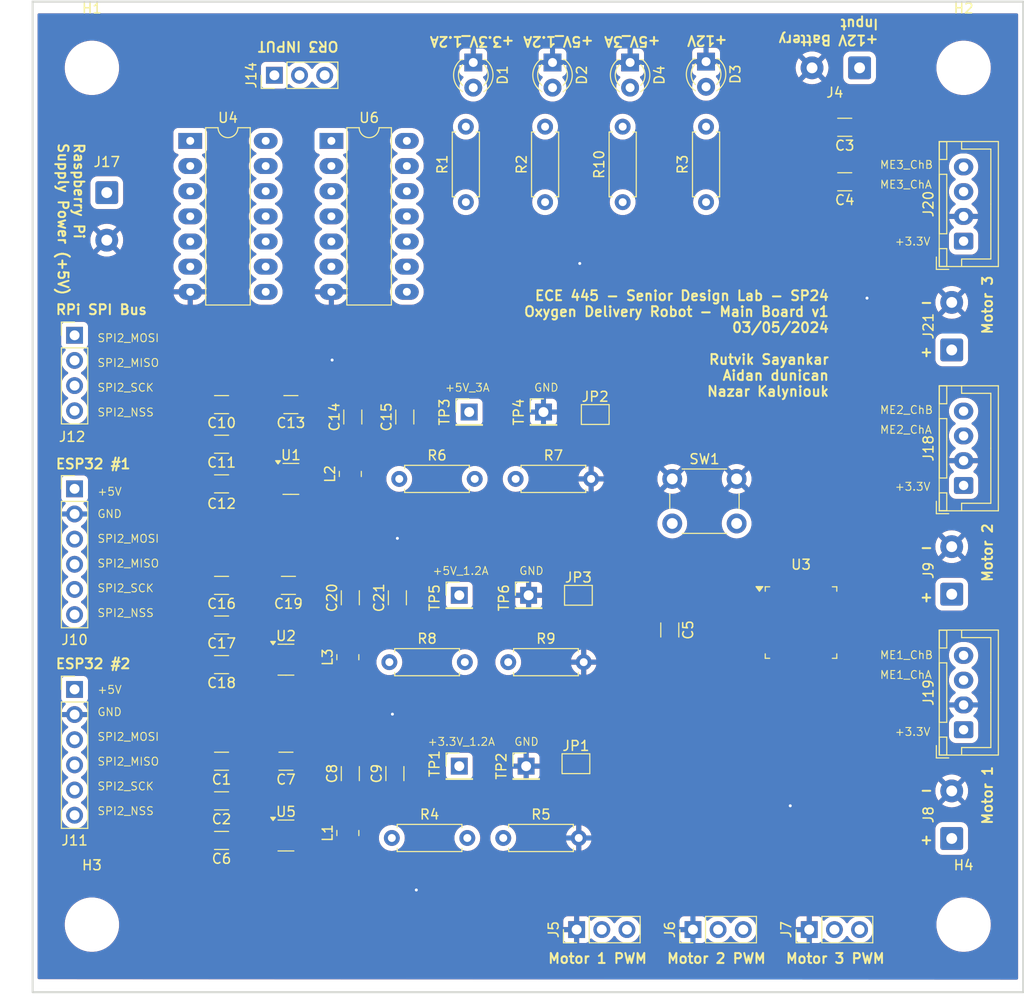
<source format=kicad_pcb>
(kicad_pcb (version 20240108) (generator "pcbnew") (generator_version "8.0")
  (layers (0 "F.Cu" signal) (31 "B.Cu" signal) (34 "B.Paste" user) (35 "F.Paste" user) (36 "B.SilkS" user "B.Silkscreen") (37 "F.SilkS" user "F.Silkscreen") (38 "B.Mask" user) (39 "F.Mask" user) (44 "Edge.Cuts" user))
  (net 0 "")
  (net 1 "+12V")
  (net 2 "GND")
  (net 3 "Net-(U5-SW)")
  (net 4 "Net-(U5-BOOT)")
  (net 5 "Net-(JP1-A)")
  (net 6 "Net-(U1-SW)")
  (net 7 "Net-(U1-BOOT)")
  (net 8 "Net-(JP2-A)")
  (net 9 "Net-(U2-SW)")
  (net 10 "Net-(U2-BOOT)")
  (net 11 "Net-(JP3-A)")
  (net 12 "Net-(D1-A)")
  (net 13 "Net-(D2-A)")
  (net 14 "Net-(D3-A)")
  (net 15 "Net-(D4-A)")
  (net 16 "+5V_3A")
  (net 17 "+5V_1.2A")
  (net 18 "Net-(J5-Pin_3)")
  (net 19 "Net-(J6-Pin_3)")
  (net 20 "Net-(J7-Pin_3)")
  (net 21 "/SPI2_NSS")
  (net 22 "/SPI2_MISO")
  (net 23 "/SPI2_SCK")
  (net 24 "/SPI2_MOSI")
  (net 25 "+3.3V_1.2A")
  (net 26 "Net-(J14-Pin_2)")
  (net 27 "Net-(J14-Pin_3)")
  (net 28 "Net-(J14-Pin_1)")
  (net 29 "/ME2_ChA")
  (net 30 "/ME2_ChB")
  (net 31 "/ME1_ChB")
  (net 32 "/ME1_ChA")
  (net 33 "/ME3_ChA")
  (net 34 "/ME3_ChB")
  (net 35 "Net-(U5-FB)")
  (net 36 "Net-(U1-FB)")
  (net 37 "Net-(U2-FB)")
  (net 53 "/LimitSwitchORGates/OR3 Output")
  (net 66 "Net-(U4-1Y)")
  (net 68 "Net-(U4-2Y)")
  (net 69 "Net-(U4-3Y)")
  (net 71 "Net-(U6-1Y)")
  (net 77 "Net-(U3-NRST)")
  (footprint "Package_TO_SOT_SMD:SOT-23-6" (layer "F.Cu") (at 128.0875 130.5)
    (property "Reference" "U5" (at 0 -2.4 0) (layer "F.SilkS"))
    (property "Value" "TPS56339DDC")
    (pad "1" smd roundrect (at -1.1375 -0.95) (size 1.325 0.6) (layers "F.Cu" "F.Paste" "F.Mask") (net 2 "GND"))
    (pad "2" smd roundrect (at -1.1375 0) (size 1.325 0.6) (layers "F.Cu" "F.Paste" "F.Mask") (net 3 "Net-(U5-SW)"))
    (pad "3" smd roundrect (at -1.1375 0.95) (size 1.325 0.6) (layers "F.Cu" "F.Paste" "F.Mask") (net 1 "+12V"))
    (pad "4" smd roundrect (at 1.1375 0.95) (size 1.325 0.6) (layers "F.Cu" "F.Paste" "F.Mask") (net 35 "Net-(U5-FB)"))
    (pad "5" smd roundrect (at 1.1375 0) (size 1.325 0.6) (layers "F.Cu" "F.Paste" "F.Mask") (net 1 "+12V"))
    (pad "6" smd roundrect (at 1.1375 -0.95) (size 1.325 0.6) (layers "F.Cu" "F.Paste" "F.Mask") (net 4 "Net-(U5-BOOT)"))
  )
  (footprint "MountingHole:MountingHole_5mm" (layer "F.Cu") (at 108.5 139.5)
    (property "Reference" "H3" (at 0 -6 0) (layer "F.SilkS"))
    (property "Value" "MountingHole")
    (pad "" np_thru_hole circle (at 0 0) (size 5 5) (drill 5) (layers "*.Cu" "*.Mask"))
  )
  (footprint "Resistor_THT:R_Axial_DIN0207_L6.3mm_D2.5mm_P7.62mm_Horizontal" (layer "F.Cu") (at 170.5 66.56 90)
    (property "Reference" "R3" (at 3.81 -2.37 -90) (layer "F.SilkS"))
    (property "Value" "4.7k")
    (pad "1" thru_hole circle (at 0 0 90) (size 1.6 1.6) (drill 0.8) (layers "*.Cu" "*.Mask") (net 1 "+12V"))
    (pad "2" thru_hole oval (at 7.62 0 90) (size 1.6 1.6) (drill 0.8) (layers "*.Cu" "*.Mask") (net 14 "Net-(D3-A)"))
  )
  (footprint "Capacitor_SMD:C_1206_3216Metric_Pad1.33x1.80mm_HandSolder" (layer "F.Cu") (at 121.5875 91 180)
    (property "Reference" "C11" (at 0 -1.85 180) (layer "F.SilkS"))
    (property "Value" "10u")
    (pad "1" smd roundrect (at -1.5625 0 180) (size 1.325 1.8) (layers "F.Cu" "F.Paste" "F.Mask") (roundrect_rratio 0.188679) (net 1 "+12V"))
    (pad "2" smd roundrect (at 1.5625 0 180) (size 1.325 1.8) (layers "F.Cu" "F.Paste" "F.Mask") (roundrect_rratio 0.188679) (net 2 "GND"))
  )
  (footprint "Connector_PinHeader_2.54mm:PinHeader_1x01_P2.54mm_Vertical" (layer "F.Cu") (at 145.5875 106.25)
    (property "Reference" "TP5" (at -2.5 0.25 90) (layer "F.SilkS"))
    (property "Value" "TestPoint")
    (pad "1" thru_hole rect (at 0 0) (size 1.7 1.7) (drill 1) (layers "*.Cu" "*.Mask") (net 11 "Net-(JP3-A)"))
  )
  (footprint "Connector_PinHeader_2.54mm:PinHeader_1x01_P2.54mm_Vertical" (layer "F.Cu") (at 146.5875 87.75)
    (property "Reference" "TP3" (at -2.5 0 90) (layer "F.SilkS"))
    (property "Value" "TestPoint")
    (pad "1" thru_hole rect (at 0 0) (size 1.7 1.7) (drill 1) (layers "*.Cu" "*.Mask") (net 8 "Net-(JP2-A)"))
  )
  (footprint "Connector_PinHeader_2.54mm:PinHeader_1x04_P2.54mm_Vertical" (layer "F.Cu") (at 106.75 80)
    (property "Reference" "J12" (at -0.25 10.25 0) (layer "F.SilkS"))
    (property "Value" "Conn_01x04_Socket")
    (pad "1" thru_hole rect (at 0 0) (size 1.7 1.7) (drill 1) (layers "*.Cu" "*.Mask") (net 24 "/SPI2_MOSI"))
    (pad "2" thru_hole oval (at 0 2.54) (size 1.7 1.7) (drill 1) (layers "*.Cu" "*.Mask") (net 22 "/SPI2_MISO"))
    (pad "3" thru_hole oval (at 0 5.08) (size 1.7 1.7) (drill 1) (layers "*.Cu" "*.Mask") (net 23 "/SPI2_SCK"))
    (pad "4" thru_hole oval (at 0 7.62) (size 1.7 1.7) (drill 1) (layers "*.Cu" "*.Mask") (net 21 "/SPI2_NSS"))
  )
  (footprint "Connector_Wire:SolderWire-0.5sqmm_1x02_P4.8mm_D0.9mm_OD2.3mm" (layer "F.Cu") (at 195.3 106.14 90)
    (property "Reference" "J9" (at 2.4 -2.35 -90) (layer "F.SilkS"))
    (property "Value" "Conn_01x02_Socket")
    (pad "1" thru_hole roundrect (at 0 0 90) (size 2.3 2.3) (drill 1.1) (layers "*.Cu" "*.Mask") (roundrect_rratio 0.108696) (net 1 "+12V"))
    (pad "2" thru_hole circle (at 4.8 0 90) (size 2.3 2.3) (drill 1.1) (layers "*.Cu" "*.Mask") (net 2 "GND"))
  )
  (footprint "Capacitor_SMD:C_1206_3216Metric_Pad1.33x1.80mm_HandSolder" (layer "F.Cu") (at 121.5875 105.25 180)
    (property "Reference" "C16" (at 0 -1.85 180) (layer "F.SilkS"))
    (property "Value" "10u")
    (pad "1" smd roundrect (at -1.5625 0 180) (size 1.325 1.8) (layers "F.Cu" "F.Paste" "F.Mask") (roundrect_rratio 0.188679) (net 1 "+12V"))
    (pad "2" smd roundrect (at 1.5625 0 180) (size 1.325 1.8) (layers "F.Cu" "F.Paste" "F.Mask") (roundrect_rratio 0.188679) (net 2 "GND"))
  )
  (footprint "Resistor_THT:R_Axial_DIN0207_L6.3mm_D2.5mm_P7.62mm_Horizontal" (layer "F.Cu") (at 151.2775 94.5)
    (property "Reference" "R7" (at 3.81 -2.37 0) (layer "F.SilkS"))
    (property "Value" "10k")
    (pad "1" thru_hole circle (at 0 0) (size 1.6 1.6) (drill 0.8) (layers "*.Cu" "*.Mask") (net 36 "Net-(U1-FB)"))
    (pad "2" thru_hole oval (at 7.62 0) (size 1.6 1.6) (drill 0.8) (layers "*.Cu" "*.Mask") (net 2 "GND"))
  )
  (footprint "Capacitor_SMD:C_1206_3216Metric_Pad1.33x1.80mm_HandSolder" (layer "F.Cu") (at 134.5875 124.25 90)
    (property "Reference" "C8" (at 0 -1.85 -90) (layer "F.SilkS"))
    (property "Value" "33u")
    (pad "1" smd roundrect (at -1.5625 0 90) (size 1.325 1.8) (layers "F.Cu" "F.Paste" "F.Mask") (roundrect_rratio 0.188679) (net 5 "Net-(JP1-A)"))
    (pad "2" smd roundrect (at 1.5625 0 90) (size 1.325 1.8) (layers "F.Cu" "F.Paste" "F.Mask") (roundrect_rratio 0.188679) (net 2 "GND"))
  )
  (footprint "Connector_PinHeader_2.54mm:PinHeader_1x03_P2.54mm_Vertical" (layer "F.Cu") (at 157.435 140 90)
    (property "Reference" "J5" (at 0 -2.33 -90) (layer "F.SilkS"))
    (property "Value" "Conn_01x03_Socket")
    (pad "1" thru_hole rect (at 0 0 90) (size 1.7 1.7) (drill 1) (layers "*.Cu" "*.Mask") (net 2 "GND"))
    (pad "2" thru_hole oval (at 0 2.54 90) (size 1.7 1.7) (drill 1) (layers "*.Cu" "*.Mask") (net 17 "+5V_1.2A"))
    (pad "3" thru_hole oval (at 0 5.08 90) (size 1.7 1.7) (drill 1) (layers "*.Cu" "*.Mask") (net 18 "Net-(J5-Pin_3)"))
  )
  (footprint "Capacitor_SMD:C_1206_3216Metric_Pad1.33x1.80mm_HandSolder" (layer "F.Cu") (at 139.0875 124.25 90)
    (property "Reference" "C9" (at 0 -1.85 -90) (layer "F.SilkS"))
    (property "Value" "33u")
    (pad "1" smd roundrect (at -1.5625 0 90) (size 1.325 1.8) (layers "F.Cu" "F.Paste" "F.Mask") (roundrect_rratio 0.188679) (net 5 "Net-(JP1-A)"))
    (pad "2" smd roundrect (at 1.5625 0 90) (size 1.325 1.8) (layers "F.Cu" "F.Paste" "F.Mask") (roundrect_rratio 0.188679) (net 2 "GND"))
  )
  (footprint "Capacitor_SMD:C_1206_3216Metric_Pad1.33x1.80mm_HandSolder" (layer "F.Cu") (at 139.3375 106.5 90)
    (property "Reference" "C21" (at 0 -1.85 -90) (layer "F.SilkS"))
    (property "Value" "33u")
    (pad "1" smd roundrect (at -1.5625 0 90) (size 1.325 1.8) (layers "F.Cu" "F.Paste" "F.Mask") (roundrect_rratio 0.188679) (net 11 "Net-(JP3-A)"))
    (pad "2" smd roundrect (at 1.5625 0 90) (size 1.325 1.8) (layers "F.Cu" "F.Paste" "F.Mask") (roundrect_rratio 0.188679) (net 2 "GND"))
  )
  (footprint "Connector_PinHeader_2.54mm:PinHeader_1x01_P2.54mm_Vertical" (layer "F.Cu") (at 152.3375 123.5)
    (property "Reference" "TP2" (at -2.5 0 90) (layer "F.SilkS"))
    (property "Value" "TestPoint")
    (pad "1" thru_hole rect (at 0 0) (size 1.7 1.7) (drill 1) (layers "*.Cu" "*.Mask") (net 2 "GND"))
  )
  (footprint "LED_THT:LED_D3.0mm_Clear" (layer "F.Cu") (at 147 52.46 -90)
    (property "Reference" "D1" (at 1.27 -2.96 90) (layer "F.SilkS"))
    (property "Value" "LED")
    (pad "1" thru_hole rect (at 0 0 270) (size 1.8 1.8) (drill 0.9) (layers "*.Cu" "*.Mask") (net 2 "GND"))
    (pad "2" thru_hole circle (at 2.54 0 270) (size 1.8 1.8) (drill 0.9) (layers "*.Cu" "*.Mask") (net 12 "Net-(D1-A)"))
  )
  (footprint "Button_Switch_THT:SW_PUSH_6mm_H7.3mm" (layer "F.Cu") (at 167.0875 94.5)
    (property "Reference" "SW1" (at 3.25 -2 0) (layer "F.SilkS"))
    (property "Value" "SW_Push")
    (pad "1" thru_hole circle (at 0 0 90) (size 2 2) (drill 1.1) (layers "*.Cu" "*.Mask") (net 2 "GND"))
    (pad "1" thru_hole circle (at 6.5 0 90) (size 2 2) (drill 1.1) (layers "*.Cu" "*.Mask") (net 2 "GND"))
    (pad "2" thru_hole circle (at 0 4.5 90) (size 2 2) (drill 1.1) (layers "*.Cu" "*.Mask") (net 77 "Net-(U3-NRST)"))
    (pad "2" thru_hole circle (at 6.5 4.5 90) (size 2 2) (drill 1.1) (layers "*.Cu" "*.Mask") (net 77 "Net-(U3-NRST)"))
  )
  (footprint "LED_THT:LED_D3.0mm_Clear" (layer "F.Cu") (at 162.833334 52.46 -90)
    (property "Reference" "D4" (at 1.27 -2.96 90) (layer "F.SilkS"))
    (property "Value" "LED")
    (pad "1" thru_hole rect (at 0 0 270) (size 1.8 1.8) (drill 0.9) (layers "*.Cu" "*.Mask") (net 2 "GND"))
    (pad "2" thru_hole circle (at 2.54 0 270) (size 1.8 1.8) (drill 0.9) (layers "*.Cu" "*.Mask") (net 15 "Net-(D4-A)"))
  )
  (footprint "Jumper:SolderJumper-2_P1.3mm_Open_TrianglePad1.0x1.5mm" (layer "F.Cu") (at 157.6125 106.25)
    (property "Reference" "JP3" (at 0 -1.8 0) (layer "F.SilkS"))
    (property "Value" "SolderJumper_2_Open")
    (pad "1" smd custom (at -0.725 0) (size 0.3 0.3) (layers "F.Cu" "F.Mask") (net 11 "Net-(JP3-A)") (options (clearance outline) (anchor rect)) (primitives (gr_poly (pts (xy 1 0) (xy 0.5 0.75) (xy -0.5 0.75) (xy -0.5 -0.75) (xy 0.5 -0.75)) (width 0) (fill yes))))
    (pad "2" smd custom (at 0.725 0) (size 0.3 0.3) (layers "F.Cu" "F.Mask") (net 17 "+5V_1.2A") (options (clearance outline) (anchor rect)) (primitives (gr_poly (pts (xy 0.5 0.75) (xy -0.65 0.75) (xy -0.15 0) (xy -0.65 -0.75) (xy 0.5 -0.75)) (width 0) (fill yes))))
  )
  (footprint "MountingHole:MountingHole_5mm" (layer "F.Cu") (at 108.5 53)
    (property "Reference" "H1" (at 0 -6 0) (layer "F.SilkS"))
    (property "Value" "MountingHole")
    (pad "" np_thru_hole circle (at 0 0) (size 5 5) (drill 5) (layers "*.Cu" "*.Mask"))
  )
  (footprint "Package_TO_SOT_SMD:SOT-23-6" (layer "F.Cu") (at 128.0875 112.75)
    (property "Reference" "U2" (at 0 -2.4 0) (layer "F.SilkS"))
    (property "Value" "TPS56339DDC")
    (pad "1" smd roundrect (at -1.1375 -0.95) (size 1.325 0.6) (layers "F.Cu" "F.Paste" "F.Mask") (net 2 "GND"))
    (pad "2" smd roundrect (at -1.1375 0) (size 1.325 0.6) (layers "F.Cu" "F.Paste" "F.Mask") (net 9 "Net-(U2-SW)"))
    (pad "3" smd roundrect (at -1.1375 0.95) (size 1.325 0.6) (layers "F.Cu" "F.Paste" "F.Mask") (net 1 "+12V"))
    (pad "4" smd roundrect (at 1.1375 0.95) (size 1.325 0.6) (layers "F.Cu" "F.Paste" "F.Mask") (net 37 "Net-(U2-FB)"))
    (pad "5" smd roundrect (at 1.1375 0) (size 1.325 0.6) (layers "F.Cu" "F.Paste" "F.Mask") (net 1 "+12V"))
    (pad "6" smd roundrect (at 1.1375 -0.95) (size 1.325 0.6) (layers "F.Cu" "F.Paste" "F.Mask") (net 10 "Net-(U2-BOOT)"))
  )
  (footprint "Capacitor_SMD:C_1206_3216Metric_Pad1.33x1.80mm_HandSolder" (layer "F.Cu") (at 121.5875 109.25 180)
    (property "Reference" "C17" (at 0 -1.85 180) (layer "F.SilkS"))
    (property "Value" "10u")
    (pad "1" smd roundrect (at -1.5625 0 180) (size 1.325 1.8) (layers "F.Cu" "F.Paste" "F.Mask") (roundrect_rratio 0.188679) (net 1 "+12V"))
    (pad "2" smd roundrect (at 1.5625 0 180) (size 1.325 1.8) (layers "F.Cu" "F.Paste" "F.Mask") (roundrect_rratio 0.188679) (net 2 "GND"))
  )
  (footprint "MountingHole:MountingHole_5mm" (layer "F.Cu") (at 196.5 53)
    (property "Reference" "H2" (at 0 -6 0) (layer "F.SilkS"))
    (property "Value" "MountingHole")
    (pad "" np_thru_hole circle (at 0 0) (size 5 5) (drill 5) (layers "*.Cu" "*.Mask"))
  )
  (footprint "Capacitor_SMD:C_1206_3216Metric_Pad1.33x1.80mm_HandSolder" (layer "F.Cu") (at 121.5875 131 180)
    (property "Reference" "C6" (at 0 -1.85 180) (layer "F.SilkS"))
    (property "Value" "100n")
    (pad "1" smd roundrect (at -1.5625 0 180) (size 1.325 1.8) (layers "F.Cu" "F.Paste" "F.Mask") (roundrect_rratio 0.188679) (net 1 "+12V"))
    (pad "2" smd roundrect (at 1.5625 0 180) (size 1.325 1.8) (layers "F.Cu" "F.Paste" "F.Mask") (roundrect_rratio 0.188679) (net 2 "GND"))
  )
  (footprint "Resistor_THT:R_Axial_DIN0207_L6.3mm_D2.5mm_P7.62mm_Horizontal" (layer "F.Cu") (at 138.7775 130.75)
    (property "Reference" "R4" (at 3.81 -2.37 0) (layer "F.SilkS"))
    (property "Value" "31.1k")
    (pad "1" thru_hole circle (at 0 0) (size 1.6 1.6) (drill 0.8) (layers "*.Cu" "*.Mask") (net 5 "Net-(JP1-A)"))
    (pad "2" thru_hole oval (at 7.62 0) (size 1.6 1.6) (drill 0.8) (layers "*.Cu" "*.Mask") (net 35 "Net-(U5-FB)"))
  )
  (footprint "Resistor_THT:R_Axial_DIN0207_L6.3mm_D2.5mm_P7.62mm_Horizontal" (layer "F.Cu") (at 162.083334 66.56 90)
    (property "Reference" "R10" (at 3.81 -2.37 -90) (layer "F.SilkS"))
    (property "Value" "4.7k")
    (pad "1" thru_hole circle (at 0 0 90) (size 1.6 1.6) (drill 0.8) (layers "*.Cu" "*.Mask") (net 16 "+5V_3A"))
    (pad "2" thru_hole oval (at 7.62 0 90) (size 1.6 1.6) (drill 0.8) (layers "*.Cu" "*.Mask") (net 15 "Net-(D4-A)"))
  )
  (footprint "Resistor_THT:R_Axial_DIN0207_L6.3mm_D2.5mm_P7.62mm_Horizontal" (layer "F.Cu") (at 138.5275 113)
    (property "Reference" "R8" (at 3.81 -2.37 0) (layer "F.SilkS"))
    (property "Value" "52.3k")
    (pad "1" thru_hole circle (at 0 0) (size 1.6 1.6) (drill 0.8) (layers "*.Cu" "*.Mask") (net 11 "Net-(JP3-A)"))
    (pad "2" thru_hole oval (at 7.62 0) (size 1.6 1.6) (drill 0.8) (layers "*.Cu" "*.Mask") (net 37 "Net-(U2-FB)"))
  )
  (footprint "Package_QFP:LQFP-48_7x7mm_P0.5mm" (layer "F.Cu") (at 180.0875 109)
    (property "Reference" "U3" (at 0 -5.85 0) (layer "F.SilkS"))
    (property "Value" "STM32F103C8Tx")
    (pad "1" smd roundrect (at -4.1625 -2.75) (size 1.475 0.3) (layers "F.Cu" "F.Paste" "F.Mask"))
    (pad "2" smd roundrect (at -4.1625 -2.25) (size 1.475 0.3) (layers "F.Cu" "F.Paste" "F.Mask"))
    (pad "3" smd roundrect (at -4.1625 -1.75) (size 1.475 0.3) (layers "F.Cu" "F.Paste" "F.Mask"))
    (pad "4" smd roundrect (at -4.1625 -1.25) (size 1.475 0.3) (layers "F.Cu" "F.Paste" "F.Mask"))
    (pad "5" smd roundrect (at -4.1625 -0.75) (size 1.475 0.3) (layers "F.Cu" "F.Paste" "F.Mask"))
    (pad "6" smd roundrect (at -4.1625 -0.25) (size 1.475 0.3) (layers "F.Cu" "F.Paste" "F.Mask"))
    (pad "7" smd roundrect (at -4.1625 0.25) (size 1.475 0.3) (layers "F.Cu" "F.Paste" "F.Mask") (net 77 "Net-(U3-NRST)"))
    (pad "8" smd roundrect (at -4.1625 0.75) (size 1.475 0.3) (layers "F.Cu" "F.Paste" "F.Mask") (net 2 "GND"))
    (pad "9" smd roundrect (at -4.1625 1.25) (size 1.475 0.3) (layers "F.Cu" "F.Paste" "F.Mask") (net 25 "+3.3V_1.2A"))
    (pad "10" smd roundrect (at -4.1625 1.75) (size 1.475 0.3) (layers "F.Cu" "F.Paste" "F.Mask"))
    (pad "11" smd roundrect (at -4.1625 2.25) (size 1.475 0.3) (layers "F.Cu" "F.Paste" "F.Mask"))
    (pad "12" smd roundrect (at -4.1625 2.75) (size 1.475 0.3) (layers "F.Cu" "F.Paste" "F.Mask") (net 32 "/ME1_ChA"))
    (pad "13" smd roundrect (at -2.75 4.1625) (size 0.3 1.475) (layers "F.Cu" "F.Paste" "F.Mask") (net 31 "/ME1_ChB"))
    (pad "14" smd roundrect (at -2.25 4.1625) (size 0.3 1.475) (layers "F.Cu" "F.Paste" "F.Mask"))
    (pad "15" smd roundrect (at -1.75 4.1625) (size 0.3 1.475) (layers "F.Cu" "F.Paste" "F.Mask"))
    (pad "16" smd roundrect (at -1.25 4.1625) (size 0.3 1.475) (layers "F.Cu" "F.Paste" "F.Mask") (net 33 "/ME3_ChA"))
    (pad "17" smd roundrect (at -0.75 4.1625) (size 0.3 1.475) (layers "F.Cu" "F.Paste" "F.Mask") (net 34 "/ME3_ChB"))
    (pad "18" smd roundrect (at -0.25 4.1625) (size 0.3 1.475) (layers "F.Cu" "F.Paste" "F.Mask") (net 29 "/ME2_ChA"))
    (pad "19" smd roundrect (at 0.25 4.1625) (size 0.3 1.475) (layers "F.Cu" "F.Paste" "F.Mask") (net 30 "/ME2_ChB"))
    (pad "20" smd roundrect (at 0.75 4.1625) (size 0.3 1.475) (layers "F.Cu" "F.Paste" "F.Mask"))
    (pad "21" smd roundrect (at 1.25 4.1625) (size 0.3 1.475) (layers "F.Cu" "F.Paste" "F.Mask") (net 20 "Net-(J7-Pin_3)"))
    (pad "22" smd roundrect (at 1.75 4.1625) (size 0.3 1.475) (layers "F.Cu" "F.Paste" "F.Mask") (net 53 "/LimitSwitchORGates/OR3 Output"))
    (pad "23" smd roundrect (at 2.25 4.1625) (size 0.3 1.475) (layers "F.Cu" "F.Paste" "F.Mask") (net 2 "GND"))
    (pad "24" smd roundrect (at 2.75 4.1625) (size 0.3 1.475) (layers "F.Cu" "F.Paste" "F.Mask") (net 25 "+3.3V_1.2A"))
    (pad "25" smd roundrect (at 4.1625 2.75) (size 1.475 0.3) (layers "F.Cu" "F.Paste" "F.Mask") (net 21 "/SPI2_NSS"))
    (pad "26" smd roundrect (at 4.1625 2.25) (size 1.475 0.3) (layers "F.Cu" "F.Paste" "F.Mask") (net 23 "/SPI2_SCK"))
    (pad "27" smd roundrect (at 4.1625 1.75) (size 1.475 0.3) (layers "F.Cu" "F.Paste" "F.Mask") (net 22 "/SPI2_MISO"))
    (pad "28" smd roundrect (at 4.1625 1.25) (size 1.475 0.3) (layers "F.Cu" "F.Paste" "F.Mask") (net 24 "/SPI2_MOSI"))
    (pad "29" smd roundrect (at 4.1625 0.75) (size 1.475 0.3) (layers "F.Cu" "F.Paste" "F.Mask"))
    (pad "30" smd roundrect (at 4.1625 0.25) (size 1.475 0.3) (layers "F.Cu" "F.Paste" "F.Mask"))
    (pad "31" smd roundrect (at 4.1625 -0.25) (size 1.475 0.3) (layers "F.Cu" "F.Paste" "F.Mask"))
    (pad "32" smd roundrect (at 4.1625 -0.75) (size 1.475 0.3) (layers "F.Cu" "F.Paste" "F.Mask"))
    (pad "33" smd roundrect (at 4.1625 -1.25) (size 1.475 0.3) (layers "F.Cu" "F.Paste" "F.Mask"))
    (pad "34" smd roundrect (at 4.1625 -1.75) (size 1.475 0.3) (layers "F.Cu" "F.Paste" "F.Mask"))
    (pad "35" smd roundrect (at 4.1625 -2.25) (size 1.475 0.3) (layers "F.Cu" "F.Paste" "F.Mask") (net 2 "GND"))
    (pad "36" smd roundrect (at 4.1625 -2.75) (size 1.475 0.3) (layers "F.Cu" "F.Paste" "F.Mask") (net 25 "+3.3V_1.2A"))
    (pad "37" smd roundrect (at 2.75 -4.1625) (size 0.3 1.475) (layers "F.Cu" "F.Paste" "F.Mask"))
    (pad "38" smd roundrect (at 2.25 -4.1625) (size 0.3 1.475) (layers "F.Cu" "F.Paste" "F.Mask"))
    (pad "39" smd roundrect (at 1.75 -4.1625) (size 0.3 1.475) (layers "F.Cu" "F.Paste" "F.Mask") (net 18 "Net-(J5-Pin_3)"))
    (pad "40" smd roundrect (at 1.25 -4.1625) (size 0.3 1.475) (layers "F.Cu" "F.Paste" "F.Mask") (net 19 "Net-(J6-Pin_3)"))
    (pad "41" smd roundrect (at 0.75 -4.1625) (size 0.3 1.475) (layers "F.Cu" "F.Paste" "F.Mask"))
    (pad "42" smd roundrect (at 0.25 -4.1625) (size 0.3 1.475) (layers "F.Cu" "F.Paste" "F.Mask"))
    (pad "43" smd roundrect (at -0.25 -4.1625) (size 0.3 1.475) (layers "F.Cu" "F.Paste" "F.Mask"))
    (pad "44" smd roundrect (at -0.75 -4.1625) (size 0.3 1.475) (layers "F.Cu" "F.Paste" "F.Mask"))
    (pad "45" smd roundrect (at -1.25 -4.1625) (size 0.3 1.475) (layers "F.Cu" "F.Paste" "F.Mask"))
    (pad "46" smd roundrect (at -1.75 -4.1625) (size 0.3 1.475) (layers "F.Cu" "F.Paste" "F.Mask"))
    (pad "47" smd roundrect (at -2.25 -4.1625) (size 0.3 1.475) (layers "F.Cu" "F.Paste" "F.Mask") (net 2 "GND"))
    (pad "48" smd roundrect (at -2.75 -4.1625) (size 0.3 1.475) (layers "F.Cu" "F.Paste" "F.Mask") (net 25 "+3.3V_1.2A"))
  )
  (footprint "Connector_Wire:SolderWire-0.5sqmm_1x02_P4.8mm_D0.9mm_OD2.3mm" (layer "F.Cu") (at 195.3 130.8 90)
    (property "Reference" "J8" (at 2.4 -2.35 -90) (layer "F.SilkS"))
    (property "Value" "Conn_01x02_Socket")
    (pad "1" thru_hole roundrect (at 0 0 90) (size 2.3 2.3) (drill 1.1) (layers "*.Cu" "*.Mask") (roundrect_rratio 0.108696) (net 1 "+12V"))
    (pad "2" thru_hole circle (at 4.8 0 90) (size 2.3 2.3) (drill 1.1) (layers "*.Cu" "*.Mask") (net 2 "GND"))
  )
  (footprint "Resistor_THT:R_Axial_DIN0207_L6.3mm_D2.5mm_P7.62mm_Horizontal" (layer "F.Cu") (at 150.0275 130.75)
    (property "Reference" "R5" (at 3.81 -2.37 0) (layer "F.SilkS"))
    (property "Value" "10k")
    (pad "1" thru_hole circle (at 0 0) (size 1.6 1.6) (drill 0.8) (layers "*.Cu" "*.Mask") (net 35 "Net-(U5-FB)"))
    (pad "2" thru_hole oval (at 7.62 0) (size 1.6 1.6) (drill 0.8) (layers "*.Cu" "*.Mask") (net 2 "GND"))
  )
  (footprint "Inductor_SMD:L_1008_2520Metric" (layer "F.Cu") (at 134.3375 112.5 90)
    (property "Reference" "L3" (at 0 -2.05 90) (layer "F.SilkS"))
    (property "Value" "5.6u")
    (pad "1" smd roundrect (at -1.075 0 90) (size 1.25 2.2) (layers "F.Cu" "F.Paste" "F.Mask") (roundrect_rratio 0.2) (net 9 "Net-(U2-SW)"))
    (pad "2" smd roundrect (at 1.075 0 90) (size 1.25 2.2) (layers "F.Cu" "F.Paste" "F.Mask") (roundrect_rratio 0.2) (net 11 "Net-(JP3-A)"))
  )
  (footprint "Package_TO_SOT_SMD:SOT-23-6" (layer "F.Cu") (at 128.5875 94.5)
    (property "Reference" "U1" (at 0 -2.4 0) (layer "F.SilkS"))
    (property "Value" "TPS56339DDC")
    (pad "1" smd roundrect (at -1.1375 -0.95) (size 1.325 0.6) (layers "F.Cu" "F.Paste" "F.Mask") (net 2 "GND"))
    (pad "2" smd roundrect (at -1.1375 0) (size 1.325 0.6) (layers "F.Cu" "F.Paste" "F.Mask") (net 6 "Net-(U1-SW)"))
    (pad "3" smd roundrect (at -1.1375 0.95) (size 1.325 0.6) (layers "F.Cu" "F.Paste" "F.Mask") (net 1 "+12V"))
    (pad "4" smd roundrect (at 1.1375 0.95) (size 1.325 0.6) (layers "F.Cu" "F.Paste" "F.Mask") (net 36 "Net-(U1-FB)"))
    (pad "5" smd roundrect (at 1.1375 0) (size 1.325 0.6) (layers "F.Cu" "F.Paste" "F.Mask") (net 1 "+12V"))
    (pad "6" smd roundrect (at 1.1375 -0.95) (size 1.325 0.6) (layers "F.Cu" "F.Paste" "F.Mask") (net 7 "Net-(U1-BOOT)"))
  )
  (footprint "Resistor_THT:R_Axial_DIN0207_L6.3mm_D2.5mm_P7.62mm_Horizontal" (layer "F.Cu") (at 150.5275 113)
    (property "Reference" "R9" (at 3.81 -2.37 0) (layer "F.SilkS"))
    (property "Value" "10k")
    (pad "1" thru_hole circle (at 0 0) (size 1.6 1.6) (drill 0.8) (layers "*.Cu" "*.Mask") (net 37 "Net-(U2-FB)"))
    (pad "2" thru_hole oval (at 7.62 0) (size 1.6 1.6) (drill 0.8) (layers "*.Cu" "*.Mask") (net 2 "GND"))
  )
  (footprint "Connector_PinHeader_2.54mm:PinHeader_1x01_P2.54mm_Vertical" (layer "F.Cu") (at 154.0875 87.75)
    (property "Reference" "TP4" (at -2.5 0 90) (layer "F.SilkS"))
    (property "Value" "TestPoint")
    (pad "1" thru_hole rect (at 0 0) (size 1.7 1.7) (drill 1) (layers "*.Cu" "*.Mask") (net 2 "GND"))
  )
  (footprint "Capacitor_SMD:C_1206_3216Metric_Pad1.33x1.80mm_HandSolder" (layer "F.Cu") (at 121.5875 113.25 180)
    (property "Reference" "C18" (at 0 -1.85 180) (layer "F.SilkS"))
    (property "Value" "100n")
    (pad "1" smd roundrect (at -1.5625 0 180) (size 1.325 1.8) (layers "F.Cu" "F.Paste" "F.Mask") (roundrect_rratio 0.188679) (net 1 "+12V"))
    (pad "2" smd roundrect (at 1.5625 0 180) (size 1.325 1.8) (layers "F.Cu" "F.Paste" "F.Mask") (roundrect_rratio 0.188679) (net 2 "GND"))
  )
  (footprint "Inductor_SMD:L_1008_2520Metric" (layer "F.Cu") (at 134.5875 94 90)
    (property "Reference" "L2" (at 0 -2.05 90) (layer "F.SilkS"))
    (property "Value" "6.8u")
    (pad "1" smd roundrect (at -1.075 0 90) (size 1.25 2.2) (layers "F.Cu" "F.Paste" "F.Mask") (roundrect_rratio 0.2) (net 6 "Net-(U1-SW)"))
    (pad "2" smd roundrect (at 1.075 0 90) (size 1.25 2.2) (layers "F.Cu" "F.Paste" "F.Mask") (roundrect_rratio 0.2) (net 8 "Net-(JP2-A)"))
  )
  (footprint "Connector_Wire:SolderWire-0.5sqmm_1x02_P4.8mm_D0.9mm_OD2.3mm" (layer "F.Cu") (at 195.3 81.48 90)
    (property "Reference" "J21" (at 2.4 -2.35 -90) (layer "F.SilkS"))
    (property "Value" "Conn_01x02_Socket")
    (pad "1" thru_hole roundrect (at 0 0 90) (size 2.3 2.3) (drill 1.1) (layers "*.Cu" "*.Mask") (roundrect_rratio 0.108696) (net 1 "+12V"))
    (pad "2" thru_hole circle (at 4.8 0 90) (size 2.3 2.3) (drill 1.1) (layers "*.Cu" "*.Mask") (net 2 "GND"))
  )
  (footprint "Inductor_SMD:L_1008_2520Metric" (layer "F.Cu") (at 134.3375 130.25 90)
    (property "Reference" "L1" (at 0 -2.05 90) (layer "F.SilkS"))
    (property "Value" "4.7u")
    (pad "1" smd roundrect (at -1.075 0 90) (size 1.25 2.2) (layers "F.Cu" "F.Paste" "F.Mask") (roundrect_rratio 0.2) (net 3 "Net-(U5-SW)"))
    (pad "2" smd roundrect (at 1.075 0 90) (size 1.25 2.2) (layers "F.Cu" "F.Paste" "F.Mask") (roundrect_rratio 0.2) (net 5 "Net-(JP1-A)"))
  )
  (footprint "Connector_Wire:SolderWire-0.5sqmm_1x02_P4.8mm_D0.9mm_OD2.3mm" (layer "F.Cu") (at 110 65.6 -90)
    (property "Reference" "J17" (at -3.1 0 180) (layer "F.SilkS"))
    (property "Value" "Conn_01x02_Socket")
    (pad "1" thru_hole roundrect (at 0 0 270) (size 2.3 2.3) (drill 1.1) (layers "*.Cu" "*.Mask") (roundrect_rratio 0.108696) (net 16 "+5V_3A"))
    (pad "2" thru_hole circle (at 4.8 0 270) (size 2.3 2.3) (drill 1.1) (layers "*.Cu" "*.Mask") (net 2 "GND"))
  )
  (footprint "Capacitor_SMD:C_1206_3216Metric_Pad1.33x1.80mm_HandSolder" (layer "F.Cu") (at 128.3375 105.25 180)
    (property "Reference" "C19" (at 0 -1.85 180) (layer "F.SilkS"))
    (property "Value" "100n")
    (pad "1" smd roundrect (at -1.5625 0 180) (size 1.325 1.8) (layers "F.Cu" "F.Paste" "F.Mask") (roundrect_rratio 0.188679) (net 10 "Net-(U2-BOOT)"))
    (pad "2" smd roundrect (at 1.5625 0 180) (size 1.325 1.8) (layers "F.Cu" "F.Paste" "F.Mask") (roundrect_rratio 0.188679) (net 9 "Net-(U2-SW)"))
  )
  (footprint "Capacitor_SMD:C_1206_3216Metric_Pad1.33x1.80mm_HandSolder" (layer "F.Cu") (at 121.5875 127 180)
    (property "Reference" "C2" (at 0 -1.85 180) (layer "F.SilkS"))
    (property "Value" "10u")
    (pad "1" smd roundrect (at -1.5625 0 180) (size 1.325 1.8) (layers "F.Cu" "F.Paste" "F.Mask") (roundrect_rratio 0.188679) (net 1 "+12V"))
    (pad "2" smd roundrect (at 1.5625 0 180) (size 1.325 1.8) (layers "F.Cu" "F.Paste" "F.Mask") (roundrect_rratio 0.188679) (net 2 "GND"))
  )
  (footprint "Capacitor_SMD:C_1206_3216Metric_Pad1.33x1.80mm_HandSolder" (layer "F.Cu") (at 184.5 59 180)
    (property "Reference" "C3" (at 0 -1.85 180) (layer "F.SilkS"))
    (property "Value" "0.1uF")
    (pad "1" smd roundrect (at -1.5625 0 180) (size 1.325 1.8) (layers "F.Cu" "F.Paste" "F.Mask") (roundrect_rratio 0.188679) (net 1 "+12V"))
    (pad "2" smd roundrect (at 1.5625 0 180) (size 1.325 1.8) (layers "F.Cu" "F.Paste" "F.Mask") (roundrect_rratio 0.188679) (net 2 "GND"))
  )
  (footprint "Connector_JST:JST_XH_B4B-XH-A_1x04_P2.50mm_Vertical" (layer "F.Cu") (at 196.5 95.16 90)
    (property "Reference" "J18" (at 3.75 -3.55 -90) (layer "F.SilkS"))
    (property "Value" "Conn_01x04_Socket")
    (pad "1" thru_hole roundrect (at 0 0 90) (size 1.7 1.95) (drill 0.95) (layers "*.Cu" "*.Mask") (roundrect_rratio 0.147059) (net 25 "+3.3V_1.2A"))
    (pad "2" thru_hole oval (at 2.5 0 90) (size 1.7 1.95) (drill 0.95) (layers "*.Cu" "*.Mask") (net 2 "GND"))
    (pad "3" thru_hole oval (at 5 0 90) (size 1.7 1.95) (drill 0.95) (layers "*.Cu" "*.Mask") (net 29 "/ME2_ChA"))
    (pad "4" thru_hole oval (at 7.5 0 90) (size 1.7 1.95) (drill 0.95) (layers "*.Cu" "*.Mask") (net 30 "/ME2_ChB"))
  )
  (footprint "Connector_JST:JST_XH_B4B-XH-A_1x04_P2.50mm_Vertical" (layer "F.Cu") (at 196.5 70.5 90)
    (property "Reference" "J20" (at 3.75 -3.55 -90) (layer "F.SilkS"))
    (property "Value" "Conn_01x04_Socket")
    (pad "1" thru_hole roundrect (at 0 0 90) (size 1.7 1.95) (drill 0.95) (layers "*.Cu" "*.Mask") (roundrect_rratio 0.147059) (net 25 "+3.3V_1.2A"))
    (pad "2" thru_hole oval (at 2.5 0 90) (size 1.7 1.95) (drill 0.95) (layers "*.Cu" "*.Mask") (net 2 "GND"))
    (pad "3" thru_hole oval (at 5 0 90) (size 1.7 1.95) (drill 0.95) (layers "*.Cu" "*.Mask") (net 33 "/ME3_ChA"))
    (pad "4" thru_hole oval (at 7.5 0 90) (size 1.7 1.95) (drill 0.95) (layers "*.Cu" "*.Mask") (net 34 "/ME3_ChB"))
  )
  (footprint "Resistor_THT:R_Axial_DIN0207_L6.3mm_D2.5mm_P7.62mm_Horizontal" (layer "F.Cu") (at 139.5275 94.5)
    (property "Reference" "R6" (at 3.81 -2.37 0) (layer "F.SilkS"))
    (property "Value" "53.6k")
    (pad "1" thru_hole circle (at 0 0) (size 1.6 1.6) (drill 0.8) (layers "*.Cu" "*.Mask") (net 8 "Net-(JP2-A)"))
    (pad "2" thru_hole oval (at 7.62 0) (size 1.6 1.6) (drill 0.8) (layers "*.Cu" "*.Mask") (net 36 "Net-(U1-FB)"))
  )
  (footprint "Connector_PinHeader_2.54mm:PinHeader_1x03_P2.54mm_Vertical" (layer "F.Cu") (at 180.92 140 90)
    (property "Reference" "J7" (at 0 -2.33 -90) (layer "F.SilkS"))
    (property "Value" "Conn_01x03_Socket")
    (pad "1" thru_hole rect (at 0 0 90) (size 1.7 1.7) (drill 1) (layers "*.Cu" "*.Mask") (net 2 "GND"))
    (pad "2" thru_hole oval (at 0 2.54 90) (size 1.7 1.7) (drill 1) (layers "*.Cu" "*.Mask") (net 17 "+5V_1.2A"))
    (pad "3" thru_hole oval (at 0 5.08 90) (size 1.7 1.7) (drill 1) (layers "*.Cu" "*.Mask") (net 20 "Net-(J7-Pin_3)"))
  )
  (footprint "Connector_PinHeader_2.54mm:PinHeader_1x06_P2.54mm_Vertical" (layer "F.Cu") (at 106.75 95.5)
    (property "Reference" "J10" (at 0 15.25 0) (layer "F.SilkS"))
    (property "Value" "Conn_01x06_Socket")
    (pad "1" thru_hole rect (at 0 0) (size 1.7 1.7) (drill 1) (layers "*.Cu" "*.Mask") (net 17 "+5V_1.2A"))
    (pad "2" thru_hole oval (at 0 2.54) (size 1.7 1.7) (drill 1) (layers "*.Cu" "*.Mask") (net 2 "GND"))
    (pad "3" thru_hole oval (at 0 5.08) (size 1.7 1.7) (drill 1) (layers "*.Cu" "*.Mask") (net 24 "/SPI2_MOSI"))
    (pad "4" thru_hole oval (at 0 7.62) (size 1.7 1.7) (drill 1) (layers "*.Cu" "*.Mask") (net 22 "/SPI2_MISO"))
    (pad "5" thru_hole oval (at 0 10.16) (size 1.7 1.7) (drill 1) (layers "*.Cu" "*.Mask") (net 23 "/SPI2_SCK"))
    (pad "6" thru_hole oval (at 0 12.7) (size 1.7 1.7) (drill 1) (layers "*.Cu" "*.Mask") (net 21 "/SPI2_NSS"))
  )
  (footprint "Capacitor_SMD:C_1206_3216Metric_Pad1.33x1.80mm_HandSolder" (layer "F.Cu") (at 128.5875 87 180)
    (property "Reference" "C13" (at 0 -1.85 180) (layer "F.SilkS"))
    (property "Value" "100n")
    (pad "1" smd roundrect (at -1.5625 0 180) (size 1.325 1.8) (layers "F.Cu" "F.Paste" "F.Mask") (roundrect_rratio 0.188679) (net 7 "Net-(U1-BOOT)"))
    (pad "2" smd roundrect (at 1.5625 0 180) (size 1.325 1.8) (layers "F.Cu" "F.Paste" "F.Mask") (roundrect_rratio 0.188679) (net 6 "Net-(U1-SW)"))
  )
  (footprint "Connector_PinHeader_2.54mm:PinHeader_1x03_P2.54mm_Vertical" (layer "F.Cu") (at 169.1775 140 90)
    (property "Reference" "J6" (at 0 -2.33 -90) (layer "F.SilkS"))
    (property "Value" "Conn_01x03_Socket")
    (pad "1" thru_hole rect (at 0 0 90) (size 1.7 1.7) (drill 1) (layers "*.Cu" "*.Mask") (net 2 "GND"))
    (pad "2" thru_hole oval (at 0 2.54 90) (size 1.7 1.7) (drill 1) (layers "*.Cu" "*.Mask") (net 17 "+5V_1.2A"))
    (pad "3" thru_hole oval (at 0 5.08 90) (size 1.7 1.7) (drill 1) (layers "*.Cu" "*.Mask") (net 19 "Net-(J6-Pin_3)"))
  )
  (footprint "Connector_PinHeader_2.54mm:PinHeader_1x01_P2.54mm_Vertical" (layer "F.Cu") (at 152.5875 106.25)
    (property "Reference" "TP6" (at -2.5 0.25 90) (layer "F.SilkS"))
    (property "Value" "TestPoint")
    (pad "1" thru_hole rect (at 0 0) (size 1.7 1.7) (drill 1) (layers "*.Cu" "*.Mask") (net 2 "GND"))
  )
  (footprint "Jumper:SolderJumper-2_P1.3mm_Open_TrianglePad1.0x1.5mm" (layer "F.Cu") (at 159.3125 88)
    (property "Reference" "JP2" (at 0 -1.8 0) (layer "F.SilkS"))
    (property "Value" "SolderJumper_2_Open")
    (pad "1" smd custom (at -0.725 0) (size 0.3 0.3) (layers "F.Cu" "F.Mask") (net 8 "Net-(JP2-A)") (options (clearance outline) (anchor rect)) (primitives (gr_poly (pts (xy 1 0) (xy 0.5 0.75) (xy -0.5 0.75) (xy -0.5 -0.75) (xy 0.5 -0.75)) (width 0) (fill yes))))
    (pad "2" smd custom (at 0.725 0) (size 0.3 0.3) (layers "F.Cu" "F.Mask") (net 16 "+5V_3A") (options (clearance outline) (anchor rect)) (primitives (gr_poly (pts (xy 0.5 0.75) (xy -0.65 0.75) (xy -0.15 0) (xy -0.65 -0.75) (xy 0.5 -0.75)) (width 0) (fill yes))))
  )
  (footprint "Package_DIP:DIP-14_W7.62mm_LongPads" (layer "F.Cu") (at 118.425 60.375)
    (property "Reference" "U4" (at 3.81 -2.33 0) (layer "F.SilkS"))
    (property "Value" "CD74HC00_N_14")
    (pad "1" thru_hole rect (at 0 0) (size 2.4 1.6) (drill 0.8) (layers "*.Cu" "*.Mask") (net 27 "Net-(J14-Pin_3)"))
    (pad "2" thru_hole oval (at 0 2.54) (size 2.4 1.6) (drill 0.8) (layers "*.Cu" "*.Mask") (net 27 "Net-(J14-Pin_3)"))
    (pad "3" thru_hole oval (at 0 5.08) (size 2.4 1.6) (drill 0.8) (layers "*.Cu" "*.Mask") (net 66 "Net-(U4-1Y)"))
    (pad "4" thru_hole oval (at 0 7.62) (size 2.4 1.6) (drill 0.8) (layers "*.Cu" "*.Mask") (net 26 "Net-(J14-Pin_2)"))
    (pad "5" thru_hole oval (at 0 10.16) (size 2.4 1.6) (drill 0.8) (layers "*.Cu" "*.Mask") (net 26 "Net-(J14-Pin_2)"))
    (pad "6" thru_hole oval (at 0 12.7) (size 2.4 1.6) (drill 0.8) (layers "*.Cu" "*.Mask") (net 68 "Net-(U4-2Y)"))
    (pad "7" thru_hole oval (at 0 15.24) (size 2.4 1.6) (drill 0.8) (layers "*.Cu" "*.Mask") (net 2 "GND"))
    (pad "8" thru_hole oval (at 7.62 15.24) (size 2.4 1.6) (drill 0.8) (layers "*.Cu" "*.Mask") (net 69 "Net-(U4-3Y)"))
    (pad "9" thru_hole oval (at 7.62 12.7) (size 2.4 1.6) (drill 0.8) (layers "*.Cu" "*.Mask") (net 28 "Net-(J14-Pin_1)"))
    (pad "10" thru_hole oval (at 7.62 10.16) (size 2.4 1.6) (drill 0.8) (layers "*.Cu" "*.Mask") (net 28 "Net-(J14-Pin_1)"))
    (pad "11" thru_hole oval (at 7.62 7.62) (size 2.4 1.6) (drill 0.8) (layers "*.Cu" "*.Mask"))
    (pad "12" thru_hole oval (at 7.62 5.08) (size 2.4 1.6) (drill 0.8) (layers "*.Cu" "*.Mask"))
    (pad "13" thru_hole oval (at 7.62 2.54) (size 2.4 1.6) (drill 0.8) (layers "*.Cu" "*.Mask"))
    (pad "14" thru_hole oval (at 7.62 0) (size 2.4 1.6) (drill 0.8) (layers "*.Cu" "*.Mask") (net 16 "+5V_3A"))
  )
  (footprint "LED_THT:LED_D3.0mm_Clear" (layer "F.Cu") (at 170.5 52.375 -90)
    (property "Reference" "D3" (at 1.27 -2.96 90) (layer "F.SilkS"))
    (property "Value" "LED")
    (pad "1" thru_hole rect (at 0 0 270) (size 1.8 1.8) (drill 0.9) (layers "*.Cu" "*.Mask") (net 2 "GND"))
    (pad "2" thru_hole circle (at 2.54 0 270) (size 1.8 1.8) (drill 0.9) (layers "*.Cu" "*.Mask") (net 14 "Net-(D3-A)"))
  )
  (footprint "Connector_Wire:SolderWire-0.5sqmm_1x02_P4.8mm_D0.9mm_OD2.3mm" (layer "F.Cu") (at 186 53 180)
    (property "Reference" "J4" (at 2.5 -2.5 180) (layer "F.SilkS"))
    (property "Value" "Conn_01x02_Socket")
    (pad "1" thru_hole roundrect (at 0 0 180) (size 2.3 2.3) (drill 1.1) (layers "*.Cu" "*.Mask") (roundrect_rratio 0.108696) (net 1 "+12V"))
    (pad "2" thru_hole circle (at 4.8 0 180) (size 2.3 2.3) (drill 1.1) (layers "*.Cu" "*.Mask") (net 2 "GND"))
  )
  (footprint "Connector_PinHeader_2.54mm:PinHeader_1x06_P2.54mm_Vertical" (layer "F.Cu") (at 106.75 115.75)
    (property "Reference" "J11" (at 0 15.25 0) (layer "F.SilkS"))
    (property "Value" "Conn_01x06_Socket")
    (pad "1" thru_hole rect (at 0 0) (size 1.7 1.7) (drill 1) (layers "*.Cu" "*.Mask") (net 17 "+5V_1.2A"))
    (pad "2" thru_hole oval (at 0 2.54) (size 1.7 1.7) (drill 1) (layers "*.Cu" "*.Mask") (net 2 "GND"))
    (pad "3" thru_hole oval (at 0 5.08) (size 1.7 1.7) (drill 1) (layers "*.Cu" "*.Mask") (net 24 "/SPI2_MOSI"))
    (pad "4" thru_hole oval (at 0 7.62) (size 1.7 1.7) (drill 1) (layers "*.Cu" "*.Mask") (net 22 "/SPI2_MISO"))
    (pad "5" thru_hole oval (at 0 10.16) (size 1.7 1.7) (drill 1) (layers "*.Cu" "*.Mask") (net 23 "/SPI2_SCK"))
    (pad "6" thru_hole oval (at 0 12.7) (size 1.7 1.7) (drill 1) (layers "*.Cu" "*.Mask") (net 21 "/SPI2_NSS"))
  )
  (footprint "Package_DIP:DIP-14_W7.62mm_LongPads" (layer "F.Cu") (at 132.675 60.375)
    (property "Reference" "U6" (at 3.81 -2.33 0) (layer "F.SilkS"))
    (property "Value" "CD74HC00_N_14")
    (pad "1" thru_hole rect (at 0 0) (size 2.4 1.6) (drill 0.8) (layers "*.Cu" "*.Mask") (net 68 "Net-(U4-2Y)"))
    (pad "2" thru_hole oval (at 0 2.54) (size 2.4 1.6) (drill 0.8) (layers "*.Cu" "*.Mask") (net 66 "Net-(U4-1Y)"))
    (pad "3" thru_hole oval (at 0 5.08) (size 2.4 1.6) (drill 0.8) (layers "*.Cu" "*.Mask") (net 71 "Net-(U6-1Y)"))
    (pad "4" thru_hole oval (at 0 7.62) (size 2.4 1.6) (drill 0.8) (layers "*.Cu" "*.Mask") (net 69 "Net-(U4-3Y)"))
    (pad "5" thru_hole oval (at 0 10.16) (size 2.4 1.6) (drill 0.8) (layers "*.Cu" "*.Mask") (net 71 "Net-(U6-1Y)"))
    (pad "6" thru_hole oval (at 0 12.7) (size 2.4 1.6) (drill 0.8) (layers "*.Cu" "*.Mask") (net 53 "/LimitSwitchORGates/OR3 Output"))
    (pad "7" thru_hole oval (at 0 15.24) (size 2.4 1.6) (drill 0.8) (layers "*.Cu" "*.Mask") (net 2 "GND"))
    (pad "8" thru_hole oval (at 7.62 15.24) (size 2.4 1.6) (drill 0.8) (layers "*.Cu" "*.Mask"))
    (pad "9" thru_hole oval (at 7.62 12.7) (size 2.4 1.6) (drill 0.8) (layers "*.Cu" "*.Mask"))
    (pad "10" thru_hole oval (at 7.62 10.16) (size 2.4 1.6) (drill 0.8) (layers "*.Cu" "*.Mask"))
    (pad "11" thru_hole oval (at 7.62 7.62) (size 2.4 1.6) (drill 0.8) (layers "*.Cu" "*.Mask"))
    (pad "12" thru_hole oval (at 7.62 5.08) (size 2.4 1.6) (drill 0.8) (layers "*.Cu" "*.Mask"))
    (pad "13" thru_hole oval (at 7.62 2.54) (size 2.4 1.6) (drill 0.8) (layers "*.Cu" "*.Mask"))
    (pad "14" thru_hole oval (at 7.62 0) (size 2.4 1.6) (drill 0.8) (layers "*.Cu" "*.Mask") (net 16 "+5V_3A"))
  )
  (footprint "Resistor_THT:R_Axial_DIN0207_L6.3mm_D2.5mm_P7.62mm_Horizontal" (layer "F.Cu") (at 146.25 66.56 90)
    (property "Reference" "R1" (at 3.81 -2.37 -90) (layer "F.SilkS"))
    (property "Value" "4.7k")
    (pad "1" thru_hole circle (at 0 0 90) (size 1.6 1.6) (drill 0.8) (layers "*.Cu" "*.Mask") (net 25 "+3.3V_1.2A"))
    (pad "2" thru_hole oval (at 7.62 0 90) (size 1.6 1.6) (drill 0.8) (layers "*.Cu" "*.Mask") (net 12 "Net-(D1-A)"))
  )
  (footprint "Capacitor_SMD:C_1206_3216Metric_Pad1.33x1.80mm_HandSolder" (layer "F.Cu") (at 134.5875 106.5 90)
    (property "Reference" "C20" (at 0 -1.85 -90) (layer "F.SilkS"))
    (property "Value" "33u")
    (pad "1" smd roundrect (at -1.5625 0 90) (size 1.325 1.8) (layers "F.Cu" "F.Paste" "F.Mask") (roundrect_rratio 0.188679) (net 11 "Net-(JP3-A)"))
    (pad "2" smd roundrect (at 1.5625 0 90) (size 1.325 1.8) (layers "F.Cu" "F.Paste" "F.Mask") (roundrect_rratio 0.188679) (net 2 "GND"))
  )
  (footprint "Capacitor_SMD:C_1206_3216Metric_Pad1.33x1.80mm_HandSolder" (layer "F.Cu") (at 121.5875 95 180)
    (property "Reference" "C12" (at 0 -2 180) (layer "F.SilkS"))
    (property "Value" "100n")
    (pad "1" smd roundrect (at -1.5625 0 180) (size 1.325 1.8) (layers "F.Cu" "F.Paste" "F.Mask") (roundrect_rratio 0.188679) (net 1 "+12V"))
    (pad "2" smd roundrect (at 1.5625 0 180) (size 1.325 1.8) (layers "F.Cu" "F.Paste" "F.Mask") (roundrect_rratio 0.188679) (net 2 "GND"))
  )
  (footprint "Capacitor_SMD:C_1206_3216Metric_Pad1.33x1.80mm_HandSolder" (layer "F.Cu") (at 128.0875 123 180)
    (property "Reference" "C7" (at 0 -1.85 180) (layer "F.SilkS"))
    (property "Value" "100n")
    (pad "1" smd roundrect (at -1.5625 0 180) (size 1.325 1.8) (layers "F.Cu" "F.Paste" "F.Mask") (roundrect_rratio 0.188679) (net 4 "Net-(U5-BOOT)"))
    (pad "2" smd roundrect (at 1.5625 0 180) (size 1.325 1.8) (layers "F.Cu" "F.Paste" "F.Mask") (roundrect_rratio 0.188679) (net 3 "Net-(U5-SW)"))
  )
  (footprint "MountingHole:MountingHole_5mm" (layer "F.Cu") (at 196.5 139.5)
    (property "Reference" "H4" (at 0 -6 0) (layer "F.SilkS"))
    (property "Value" "MountingHole")
    (pad "" np_thru_hole circle (at 0 0) (size 5 5) (drill 5) (layers "*.Cu" "*.Mask"))
  )
  (footprint "LED_THT:LED_D3.0mm_Clear" (layer "F.Cu") (at 155 52.46 -90)
    (property "Reference" "D2" (at 1.27 -2.96 90) (layer "F.SilkS"))
    (property "Value" "LED")
    (pad "1" thru_hole rect (at 0 0 270) (size 1.8 1.8) (drill 0.9) (layers "*.Cu" "*.Mask") (net 2 "GND"))
    (pad "2" thru_hole circle (at 2.54 0 270) (size 1.8 1.8) (drill 0.9) (layers "*.Cu" "*.Mask") (net 13 "Net-(D2-A)"))
  )
  (footprint "Capacitor_SMD:C_1206_3216Metric_Pad1.33x1.80mm_HandSolder" (layer "F.Cu") (at 121.5875 87 180)
    (property "Reference" "C10" (at 0 -1.85 180) (layer "F.SilkS"))
    (property "Value" "10u")
    (pad "1" smd roundrect (at -1.5625 0 180) (size 1.325 1.8) (layers "F.Cu" "F.Paste" "F.Mask") (roundrect_rratio 0.188679) (net 1 "+12V"))
    (pad "2" smd roundrect (at 1.5625 0 180) (size 1.325 1.8) (layers "F.Cu" "F.Paste" "F.Mask") (roundrect_rratio 0.188679) (net 2 "GND"))
  )
  (footprint "Capacitor_SMD:C_1206_3216Metric_Pad1.33x1.80mm_HandSolder" (layer "F.Cu") (at 184.5 64.5 180)
    (property "Reference" "C4" (at 0 -1.85 180) (layer "F.SilkS"))
    (property "Value" "0.1uF")
    (pad "1" smd roundrect (at -1.5625 0 180) (size 1.325 1.8) (layers "F.Cu" "F.Paste" "F.Mask") (roundrect_rratio 0.188679) (net 1 "+12V"))
    (pad "2" smd roundrect (at 1.5625 0 180) (size 1.325 1.8) (layers "F.Cu" "F.Paste" "F.Mask") (roundrect_rratio 0.188679) (net 2 "GND"))
  )
  (footprint "Capacitor_SMD:C_1206_3216Metric_Pad1.33x1.80mm_HandSolder" (layer "F.Cu") (at 140.0875 88.25 90)
    (property "Reference" "C15" (at 0 -1.85 -90) (layer "F.SilkS"))
    (property "Value" "33u")
    (pad "1" smd roundrect (at -1.5625 0 90) (size 1.325 1.8) (layers "F.Cu" "F.Paste" "F.Mask") (roundrect_rratio 0.188679) (net 8 "Net-(JP2-A)"))
    (pad "2" smd roundrect (at 1.5625 0 90) (size 1.325 1.8) (layers "F.Cu" "F.Paste" "F.Mask") (roundrect_rratio 0.188679) (net 2 "GND"))
  )
  (footprint "Connector_PinHeader_2.54mm:PinHeader_1x01_P2.54mm_Vertical" (layer "F.Cu") (at 145.5875 123.5)
    (property "Reference" "TP1" (at -2.5 -0.25 90) (layer "F.SilkS"))
    (property "Value" "TestPoint")
    (pad "1" thru_hole rect (at 0 0) (size 1.7 1.7) (drill 1) (layers "*.Cu" "*.Mask") (net 5 "Net-(JP1-A)"))
  )
  (footprint "Connector_PinHeader_2.54mm:PinHeader_1x03_P2.54mm_Vertical" (layer "F.Cu") (at 126.92 53.75 90)
    (property "Reference" "J14" (at 0 -2.33 -90) (layer "F.SilkS"))
    (property "Value" "Conn_01x03_Socket")
    (pad "1" thru_hole rect (at 0 0 90) (size 1.7 1.7) (drill 1) (layers "*.Cu" "*.Mask") (net 28 "Net-(J14-Pin_1)"))
    (pad "2" thru_hole oval (at 0 2.54 90) (size 1.7 1.7) (drill 1) (layers "*.Cu" "*.Mask") (net 26 "Net-(J14-Pin_2)"))
    (pad "3" thru_hole oval (at 0 5.08 90) (size 1.7 1.7) (drill 1) (layers "*.Cu" "*.Mask") (net 27 "Net-(J14-Pin_3)"))
  )
  (footprint "Capacitor_SMD:C_1206_3216Metric_Pad1.33x1.80mm_HandSolder" (layer "F.Cu") (at 121.5875 123 180)
    (property "Reference" "C1" (at 0 -1.85 180) (layer "F.SilkS"))
    (property "Value" "10u")
    (pad "1" smd roundrect (at -1.5625 0 180) (size 1.325 1.8) (layers "F.Cu" "F.Paste" "F.Mask") (roundrect_rratio 0.188679) (net 1 "+12V"))
    (pad "2" smd roundrect (at 1.5625 0 180) (size 1.325 1.8) (layers "F.Cu" "F.Paste" "F.Mask") (roundrect_rratio 0.188679) (net 2 "GND"))
  )
  (footprint "Connector_JST:JST_XH_B4B-XH-A_1x04_P2.50mm_Vertical" (layer "F.Cu") (at 196.5 119.82 90)
    (property "Reference" "J19" (at 3.75 -3.55 -90) (layer "F.SilkS"))
    (property "Value" "Conn_01x04_Socket")
    (pad "1" thru_hole roundrect (at 0 0 90) (size 1.7 1.95) (drill 0.95) (layers "*.Cu" "*.Mask") (roundrect_rratio 0.147059) (net 25 "+3.3V_1.2A"))
    (pad "2" thru_hole oval (at 2.5 0 90) (size 1.7 1.95) (drill 0.95) (layers "*.Cu" "*.Mask") (net 2 "GND"))
    (pad "3" thru_hole oval (at 5 0 90) (size 1.7 1.95) (drill 0.95) (layers "*.Cu" "*.Mask") (net 32 "/ME1_ChA"))
    (pad "4" thru_hole oval (at 7.5 0 90) (size 1.7 1.95) (drill 0.95) (layers "*.Cu" "*.Mask") (net 31 "/ME1_ChB"))
  )
  (footprint "Capacitor_SMD:C_1206_3216Metric_Pad1.33x1.80mm_HandSolder" (layer "F.Cu") (at 166.8375 109.75 -90)
    (property "Reference" "C5" (at 0 -1.85 90) (layer "F.SilkS"))
    (property "Value" "0.1uF")
    (pad "1" smd roundrect (at -1.5625 0 270) (size 1.325 1.8) (layers "F.Cu" "F.Paste" "F.Mask") (roundrect_rratio 0.188679) (net 77 "Net-(U3-NRST)"))
    (pad "2" smd roundrect (at 1.5625 0 270) (size 1.325 1.8) (layers "F.Cu" "F.Paste" "F.Mask") (roundrect_rratio 0.188679) (net 2 "GND"))
  )
  (footprint "Resistor_THT:R_Axial_DIN0207_L6.3mm_D2.5mm_P7.62mm_Horizontal" (layer "F.Cu") (at 154.25 66.56 90)
    (property "Reference" "R2" (at 3.81 -2.37 -90) (layer "F.SilkS"))
    (property "Value" "4.7k")
    (pad "1" thru_hole circle (at 0 0 90) (size 1.6 1.6) (drill 0.8) (layers "*.Cu" "*.Mask") (net 17 "+5V_1.2A"))
    (pad "2" thru_hole oval (at 7.62 0 90) (size 1.6 1.6) (drill 0.8) (layers "*.Cu" "*.Mask") (net 13 "Net-(D2-A)"))
  )
  (footprint "Jumper:SolderJumper-2_P1.3mm_Open_TrianglePad1.0x1.5mm" (layer "F.Cu") (at 157.3625 123.25)
    (property "Reference" "JP1" (at 0 -1.8 0) (layer "F.SilkS"))
    (property "Value" "SolderJumper_2_Open")
    (pad "1" smd custom (at -0.725 0) (size 0.3 0.3) (layers "F.Cu" "F.Mask") (net 5 "Net-(JP1-A)") (options (clearance outline) (anchor rect)) (primitives (gr_poly (pts (xy 1 0) (xy 0.5 0.75) (xy -0.5 0.75) (xy -0.5 -0.75) (xy 0.5 -0.75)) (width 0) (fill yes))))
    (pad "2" smd custom (at 0.725 0) (size 0.3 0.3) (layers "F.Cu" "F.Mask") (net 25 "+3.3V_1.2A") (options (clearance outline) (anchor rect)) (primitives (gr_poly (pts (xy 0.5 0.75) (xy -0.65 0.75) (xy -0.15 0) (xy -0.65 -0.75) (xy 0.5 -0.75)) (width 0) (fill yes))))
  )
  (footprint "Capacitor_SMD:C_1206_3216Metric_Pad1.33x1.80mm_HandSolder" (layer "F.Cu") (at 134.8375 88.25 90)
    (property "Reference" "C14" (at 0 -1.85 -90) (layer "F.SilkS"))
    (property "Value" "33u")
    (pad "1" smd roundrect (at -1.5625 0 90) (size 1.325 1.8) (layers "F.Cu" "F.Paste" "F.Mask") (roundrect_rratio 0.188679) (net 8 "Net-(JP2-A)"))
    (pad "2" smd roundrect (at 1.5625 0 90) (size 1.325 1.8) (layers "F.Cu" "F.Paste" "F.Mask") (roundrect_rratio 0.188679) (net 2 "GND"))
  )
  (gr_rect (start 102.515 46.32) (end 202.515 146.32) (stroke (width 0.2)) (fill none) (layer "Edge.Cuts"))
  (gr_text "+3.3V" (at 189.5 71 0) (layer "F.SilkS") (effects (font (size 0.8 0.8) (thickness 0.1)) (justify left bottom)))
  (gr_text "SPI2_NSS" (at 109 108.5 0) (layer "F.SilkS") (effects (font (size 0.8 0.8) (thickness 0.1)) (justify left bottom)))
  (gr_text "Motor 3" (at 199.5 80 90) (layer "F.SilkS") (effects (font (size 1 1) (thickness 0.2) (bold yes)) (justify left bottom)))
  (gr_text "-" (at 192 102 0) (layer "F.SilkS") (effects (font (size 1 1) (thickness 0.2) (bold yes)) (justify left bottom)))
  (gr_text "+5V" (at 109 96.25 0) (layer "F.SilkS") (effects (font (size 0.8 0.8) (thickness 0.1)) (justify left bottom)))
  (gr_text "SPI2_NSS" (at 109 128.5 0) (layer "F.SilkS") (effects (font (size 0.8 0.8) (thickness 0.1)) (justify left bottom)))
  (gr_text "+" (at 192 82.25 0) (layer "F.SilkS") (effects (font (size 1 1) (thickness 0.2) (bold yes)) (justify left bottom)))
  (gr_text "SPI2_SCK" (at 109 126 0) (layer "F.SilkS") (effects (font (size 0.8 0.8) (thickness 0.1)) (justify left bottom)))
  (gr_text "SPI2_MOSI" (at 109 121 0) (layer "F.SilkS") (effects (font (size 0.8 0.8) (thickness 0.1)) (justify left bottom)))
  (gr_text "SPI2_MISO" (at 109 83.25 0) (layer "F.SilkS") (effects (font (size 0.8 0.8) (thickness 0.1)) (justify left bottom)))
  (gr_text "Motor 3 PWM" (at 178.46 143.5 0) (layer "F.SilkS") (effects (font (size 1 1) (thickness 0.2) (bold yes)) (justify left bottom)))
  (gr_text "GND" (at 151.0875 121.5 0) (layer "F.SilkS") (effects (font (size 0.8 0.8) (thickness 0.1)) (justify left bottom)))
  (gr_text "+3.3V" (at 189.5 120.5 0) (layer "F.SilkS") (effects (font (size 0.8 0.8) (thickness 0.1)) (justify left bottom)))
  (gr_text "ME1_ChB" (at 188 112.75 0) (layer "F.SilkS") (effects (font (size 0.8 0.8) (thickness 0.1)) (justify left bottom)))
  (gr_text "+" (at 192 107 0) (layer "F.SilkS") (effects (font (size 1 1) (thickness 0.2) (bold yes)) (justify left bottom)))
  (gr_text "+12V Battery \nInput" (at 188 48 180) (layer "F.SilkS") (effects (font (size 1 1) (thickness 0.2) (bold yes)) (justify left bottom)))
  (gr_text "ME2_ChB" (at 188 88 0) (layer "F.SilkS") (effects (font (size 0.8 0.8) (thickness 0.1)) (justify left bottom)))
  (gr_text "ESP32 #2" (at 104.75 113.75 0) (layer "F.SilkS") (effects (font (size 1 1) (thickness 0.2) (bold yes)) (justify left bottom)))
  (gr_text "GND" (at 151.5875 104.25 0) (layer "F.SilkS") (effects (font (size 0.8 0.8) (thickness 0.1)) (justify left bottom)))
  (gr_text "SPI2_MISO" (at 109 103.5 0) (layer "F.SilkS") (effects (font (size 0.8 0.8) (thickness 0.1)) (justify left bottom)))
  (gr_text "ECE 445 - Senior Design Lab - SP24\nOxygen Delivery Robot - Main Board v1\n03/05/2024\n\nRutvik Sayankar\nAidan dunican\nNazar Kalyniouk\n" (at 183 86.25 0) (layer "F.SilkS") (effects (font (size 1 1) (thickness 0.2) (bold yes)) (justify right bottom)))
  (gr_text "+5V_3A" (at 144.0875 85.75 0) (layer "F.SilkS") (effects (font (size 0.8 0.8) (thickness 0.1)) (justify left bottom)))
  (gr_text "-" (at 192 126.5 0) (layer "F.SilkS") (effects (font (size 1 1) (thickness 0.2) (bold yes)) (justify left bottom)))
  (gr_text "SPI2_MOSI" (at 109 80.75 0) (layer "F.SilkS") (effects (font (size 0.8 0.8) (thickness 0.1)) (justify left bottom)))
  (gr_text "+3.3V_1.2A" (at 151.25 49.75 180) (layer "F.SilkS") (effects (font (size 1 1) (thickness 0.2) (bold yes)) (justify left bottom)))
  (gr_text "+3.3V" (at 189.5 95.75 0) (layer "F.SilkS") (effects (font (size 0.8 0.8) (thickness 0.1)) (justify left bottom)))
  (gr_text "Raspberry Pi \nSupply Power (+5V)" (at 105 60.5 270) (layer "F.SilkS") (effects (font (size 1 1) (thickness 0.2) (bold yes)) (justify left bottom)))
  (gr_text "SPI2_MOSI" (at 109 101 0) (layer "F.SilkS") (effects (font (size 0.8 0.8) (thickness 0.1)) (justify left bottom)))
  (gr_text "+5V" (at 109 116.25 0) (layer "F.SilkS") (effects (font (size 0.8 0.8) (thickness 0.1)) (justify left bottom)))
  (gr_text "RPi SPI Bus\n" (at 104.75 78 0) (layer "F.SilkS") (effects (font (size 1 1) (thickness 0.2) (bold yes)) (justify left bottom)))
  (gr_text "Motor 1 PWM" (at 154.46 143.5 0) (layer "F.SilkS") (effects (font (size 1 1) (thickness 0.2) (bold yes)) (justify left bottom)))
  (gr_text "GND" (at 153.0875 85.75 0) (layer "F.SilkS") (effects (font (size 0.8 0.8) (thickness 0.1)) (justify left bottom)))
  (gr_text "+" (at 192 131.5 0) (layer "F.SilkS") (effects (font (size 1 1) (thickness 0.2) (bold yes)) (justify left bottom)))
  (gr_text "ME3_ChB" (at 188 63.25 0) (layer "F.SilkS") (effects (font (size 0.8 0.8) (thickness 0.1)) (justify left bottom)))
  (gr_text "+5V_1.2A" (at 159.25 49.75 180) (layer "F.SilkS") (effects (font (size 1 1) (thickness 0.2) (bold yes)) (justify left bottom)))
  (gr_text "+5V_1.2A" (at 142.8375 104.25 0) (layer "F.SilkS") (effects (font (size 0.8 0.8) (thickness 0.1)) (justify left bottom)))
  (gr_text "SPI2_MISO" (at 109 123.5 0) (layer "F.SilkS") (effects (font (size 0.8 0.8) (thickness 0.1)) (justify left bottom)))
  (gr_text "SPI2_SCK" (at 109 85.75 0) (layer "F.SilkS") (effects (font (size 0.8 0.8) (thickness 0.1)) (justify left bottom)))
  (gr_text "-" (at 192 77.25 0) (layer "F.SilkS") (effects (font (size 1 1) (thickness 0.2) (bold yes)) (justify left bottom)))
  (gr_text "ME3_ChA" (at 188 65.25 0) (layer "F.SilkS") (effects (font (size 0.8 0.8) (thickness 0.1)) (justify left bottom)))
  (gr_text "+12V" (at 172.75 49.672 180) (layer "F.SilkS") (effects (font (size 1 1) (thickness 0.2) (bold yes)) (justify left bottom)))
  (gr_text "SPI2_SCK" (at 109 106 0) (layer "F.SilkS") (effects (font (size 0.8 0.8) (thickness 0.1)) (justify left bottom)))
  (gr_text "+5V_3A" (at 166 49.75 180) (layer "F.SilkS") (effects (font (size 1 1) (thickness 0.2) (bold yes)) (justify left bottom)))
  (gr_text "ME2_ChA" (at 188 90 0) (layer "F.SilkS") (effects (font (size 0.8 0.8) (thickness 0.1)) (justify left bottom)))
  (gr_text "GND" (at 109 118.5 0) (layer "F.SilkS") (effects (font (size 0.8 0.8) (thickness 0.1)) (justify left bottom)))
  (gr_text "SPI2_NSS" (at 109 88.25 0) (layer "F.SilkS") (effects (font (size 0.8 0.8) (thickness 0.1)) (justify left bottom)))
  (gr_text "+3.3V_1.2A" (at 142.3375 121.5 0) (layer "F.SilkS") (effects (font (size 0.8 0.8) (thickness 0.1)) (justify left bottom)))
  (gr_text "Motor 2" (at 199.5 105 90) (layer "F.SilkS") (effects (font (size 1 1) (thickness 0.2) (bold yes)) (justify left bottom)))
  (gr_text "ESP32 #1" (at 104.754762 93.578 0) (layer "F.SilkS") (effects (font (size 1 1) (thickness 0.2) (bold yes)) (justify left bottom)))
  (gr_text "Motor 2 PWM" (at 166.46 143.5 0) (layer "F.SilkS") (effects (font (size 1 1) (thickness 0.2) (bold yes)) (justify left bottom)))
  (gr_text "ME1_ChA" (at 188 114.75 0) (layer "F.SilkS") (effects (font (size 0.8 0.8) (thickness 0.1)) (justify left bottom)))
  (gr_text "GND" (at 109 98.5 0) (layer "F.SilkS") (effects (font (size 0.8 0.8) (thickness 0.1)) (justify left bottom)))
  (gr_text "Motor 1" (at 199.5 129.5 90) (layer "F.SilkS") (effects (font (size 1 1) (thickness 0.2) (bold yes)) (justify left bottom)))
  (gr_text "OR3 INPUT" (at 133.5 50.25 180) (layer "F.SilkS") (effects (font (size 1 1) (thickness 0.2) (bold yes)) (justify left bottom)))
  (via (at 139.3375 100.5) (size 0.6) (drill 0.3) (layers "F.Cu" "B.Cu") (net 2))
  (via (at 157.75 72.75) (size 0.6) (drill 0.3) (layers "F.Cu" "B.Cu") (net 2))
  (via (at 141.25 136) (size 0.6) (drill 0.3) (layers "F.Cu" "B.Cu") (net 2))
  (via (at 138.8375 118.25) (size 0.6) (drill 0.3) (layers "F.Cu" "B.Cu") (net 2))
  (via (at 179 127.5) (size 0.6) (drill 0.3) (layers "F.Cu" "B.Cu") (net 2))
  (via (at 186.75 76.25) (size 0.6) (drill 0.3) (layers "F.Cu" "B.Cu") (net 2))
  (via (at 132.75 82.5) (size 0.6) (drill 0.3) (layers "F.Cu" "B.Cu") (net 2))
  (zone (net 2) (net_name "GND") (layers "F&B.Cu") (connect_pads (clearance 0.508)) (min_thickness 0.254) (fill yes (thermal_gap 0.508) (thermal_bridge_width 0.508))
    (polygon (pts (xy 103 47.5) (xy 202 47.5) (xy 202 145.05) (xy 103 145)))
  )
)
</source>
